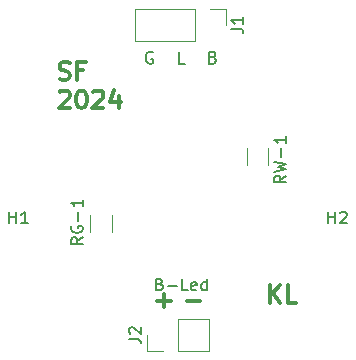
<source format=gbr>
%TF.GenerationSoftware,KiCad,Pcbnew,8.0.5*%
%TF.CreationDate,2024-09-21T18:14:30+02:00*%
%TF.ProjectId,KorryLargePCB_SMD,4b6f7272-794c-4617-9267-655043425f53,rev?*%
%TF.SameCoordinates,Original*%
%TF.FileFunction,Legend,Top*%
%TF.FilePolarity,Positive*%
%FSLAX46Y46*%
G04 Gerber Fmt 4.6, Leading zero omitted, Abs format (unit mm)*
G04 Created by KiCad (PCBNEW 8.0.5) date 2024-09-21 18:14:30*
%MOMM*%
%LPD*%
G01*
G04 APERTURE LIST*
%ADD10C,0.300000*%
%ADD11C,0.150000*%
%ADD12C,0.120000*%
G04 APERTURE END LIST*
D10*
X50983082Y-27564484D02*
X51197368Y-27635912D01*
X51197368Y-27635912D02*
X51554510Y-27635912D01*
X51554510Y-27635912D02*
X51697368Y-27564484D01*
X51697368Y-27564484D02*
X51768796Y-27493055D01*
X51768796Y-27493055D02*
X51840225Y-27350198D01*
X51840225Y-27350198D02*
X51840225Y-27207341D01*
X51840225Y-27207341D02*
X51768796Y-27064484D01*
X51768796Y-27064484D02*
X51697368Y-26993055D01*
X51697368Y-26993055D02*
X51554510Y-26921626D01*
X51554510Y-26921626D02*
X51268796Y-26850198D01*
X51268796Y-26850198D02*
X51125939Y-26778769D01*
X51125939Y-26778769D02*
X51054510Y-26707341D01*
X51054510Y-26707341D02*
X50983082Y-26564484D01*
X50983082Y-26564484D02*
X50983082Y-26421626D01*
X50983082Y-26421626D02*
X51054510Y-26278769D01*
X51054510Y-26278769D02*
X51125939Y-26207341D01*
X51125939Y-26207341D02*
X51268796Y-26135912D01*
X51268796Y-26135912D02*
X51625939Y-26135912D01*
X51625939Y-26135912D02*
X51840225Y-26207341D01*
X52983081Y-26850198D02*
X52483081Y-26850198D01*
X52483081Y-27635912D02*
X52483081Y-26135912D01*
X52483081Y-26135912D02*
X53197367Y-26135912D01*
X50983082Y-28693685D02*
X51054510Y-28622257D01*
X51054510Y-28622257D02*
X51197368Y-28550828D01*
X51197368Y-28550828D02*
X51554510Y-28550828D01*
X51554510Y-28550828D02*
X51697368Y-28622257D01*
X51697368Y-28622257D02*
X51768796Y-28693685D01*
X51768796Y-28693685D02*
X51840225Y-28836542D01*
X51840225Y-28836542D02*
X51840225Y-28979400D01*
X51840225Y-28979400D02*
X51768796Y-29193685D01*
X51768796Y-29193685D02*
X50911653Y-30050828D01*
X50911653Y-30050828D02*
X51840225Y-30050828D01*
X52768796Y-28550828D02*
X52911653Y-28550828D01*
X52911653Y-28550828D02*
X53054510Y-28622257D01*
X53054510Y-28622257D02*
X53125939Y-28693685D01*
X53125939Y-28693685D02*
X53197367Y-28836542D01*
X53197367Y-28836542D02*
X53268796Y-29122257D01*
X53268796Y-29122257D02*
X53268796Y-29479400D01*
X53268796Y-29479400D02*
X53197367Y-29765114D01*
X53197367Y-29765114D02*
X53125939Y-29907971D01*
X53125939Y-29907971D02*
X53054510Y-29979400D01*
X53054510Y-29979400D02*
X52911653Y-30050828D01*
X52911653Y-30050828D02*
X52768796Y-30050828D01*
X52768796Y-30050828D02*
X52625939Y-29979400D01*
X52625939Y-29979400D02*
X52554510Y-29907971D01*
X52554510Y-29907971D02*
X52483081Y-29765114D01*
X52483081Y-29765114D02*
X52411653Y-29479400D01*
X52411653Y-29479400D02*
X52411653Y-29122257D01*
X52411653Y-29122257D02*
X52483081Y-28836542D01*
X52483081Y-28836542D02*
X52554510Y-28693685D01*
X52554510Y-28693685D02*
X52625939Y-28622257D01*
X52625939Y-28622257D02*
X52768796Y-28550828D01*
X53840224Y-28693685D02*
X53911652Y-28622257D01*
X53911652Y-28622257D02*
X54054510Y-28550828D01*
X54054510Y-28550828D02*
X54411652Y-28550828D01*
X54411652Y-28550828D02*
X54554510Y-28622257D01*
X54554510Y-28622257D02*
X54625938Y-28693685D01*
X54625938Y-28693685D02*
X54697367Y-28836542D01*
X54697367Y-28836542D02*
X54697367Y-28979400D01*
X54697367Y-28979400D02*
X54625938Y-29193685D01*
X54625938Y-29193685D02*
X53768795Y-30050828D01*
X53768795Y-30050828D02*
X54697367Y-30050828D01*
X55983081Y-29050828D02*
X55983081Y-30050828D01*
X55625938Y-28479400D02*
X55268795Y-29550828D01*
X55268795Y-29550828D02*
X56197366Y-29550828D01*
D11*
X58860588Y-25317438D02*
X58765350Y-25269819D01*
X58765350Y-25269819D02*
X58622493Y-25269819D01*
X58622493Y-25269819D02*
X58479636Y-25317438D01*
X58479636Y-25317438D02*
X58384398Y-25412676D01*
X58384398Y-25412676D02*
X58336779Y-25507914D01*
X58336779Y-25507914D02*
X58289160Y-25698390D01*
X58289160Y-25698390D02*
X58289160Y-25841247D01*
X58289160Y-25841247D02*
X58336779Y-26031723D01*
X58336779Y-26031723D02*
X58384398Y-26126961D01*
X58384398Y-26126961D02*
X58479636Y-26222200D01*
X58479636Y-26222200D02*
X58622493Y-26269819D01*
X58622493Y-26269819D02*
X58717731Y-26269819D01*
X58717731Y-26269819D02*
X58860588Y-26222200D01*
X58860588Y-26222200D02*
X58908207Y-26174580D01*
X58908207Y-26174580D02*
X58908207Y-25841247D01*
X58908207Y-25841247D02*
X58717731Y-25841247D01*
X59470112Y-44946009D02*
X59612969Y-44993628D01*
X59612969Y-44993628D02*
X59660588Y-45041247D01*
X59660588Y-45041247D02*
X59708207Y-45136485D01*
X59708207Y-45136485D02*
X59708207Y-45279342D01*
X59708207Y-45279342D02*
X59660588Y-45374580D01*
X59660588Y-45374580D02*
X59612969Y-45422200D01*
X59612969Y-45422200D02*
X59517731Y-45469819D01*
X59517731Y-45469819D02*
X59136779Y-45469819D01*
X59136779Y-45469819D02*
X59136779Y-44469819D01*
X59136779Y-44469819D02*
X59470112Y-44469819D01*
X59470112Y-44469819D02*
X59565350Y-44517438D01*
X59565350Y-44517438D02*
X59612969Y-44565057D01*
X59612969Y-44565057D02*
X59660588Y-44660295D01*
X59660588Y-44660295D02*
X59660588Y-44755533D01*
X59660588Y-44755533D02*
X59612969Y-44850771D01*
X59612969Y-44850771D02*
X59565350Y-44898390D01*
X59565350Y-44898390D02*
X59470112Y-44946009D01*
X59470112Y-44946009D02*
X59136779Y-44946009D01*
X60136779Y-45088866D02*
X60898684Y-45088866D01*
X61851064Y-45469819D02*
X61374874Y-45469819D01*
X61374874Y-45469819D02*
X61374874Y-44469819D01*
X62565350Y-45422200D02*
X62470112Y-45469819D01*
X62470112Y-45469819D02*
X62279636Y-45469819D01*
X62279636Y-45469819D02*
X62184398Y-45422200D01*
X62184398Y-45422200D02*
X62136779Y-45326961D01*
X62136779Y-45326961D02*
X62136779Y-44946009D01*
X62136779Y-44946009D02*
X62184398Y-44850771D01*
X62184398Y-44850771D02*
X62279636Y-44803152D01*
X62279636Y-44803152D02*
X62470112Y-44803152D01*
X62470112Y-44803152D02*
X62565350Y-44850771D01*
X62565350Y-44850771D02*
X62612969Y-44946009D01*
X62612969Y-44946009D02*
X62612969Y-45041247D01*
X62612969Y-45041247D02*
X62136779Y-45136485D01*
X63470112Y-45469819D02*
X63470112Y-44469819D01*
X63470112Y-45422200D02*
X63374874Y-45469819D01*
X63374874Y-45469819D02*
X63184398Y-45469819D01*
X63184398Y-45469819D02*
X63089160Y-45422200D01*
X63089160Y-45422200D02*
X63041541Y-45374580D01*
X63041541Y-45374580D02*
X62993922Y-45279342D01*
X62993922Y-45279342D02*
X62993922Y-44993628D01*
X62993922Y-44993628D02*
X63041541Y-44898390D01*
X63041541Y-44898390D02*
X63089160Y-44850771D01*
X63089160Y-44850771D02*
X63184398Y-44803152D01*
X63184398Y-44803152D02*
X63374874Y-44803152D01*
X63374874Y-44803152D02*
X63470112Y-44850771D01*
X63970112Y-25746009D02*
X64112969Y-25793628D01*
X64112969Y-25793628D02*
X64160588Y-25841247D01*
X64160588Y-25841247D02*
X64208207Y-25936485D01*
X64208207Y-25936485D02*
X64208207Y-26079342D01*
X64208207Y-26079342D02*
X64160588Y-26174580D01*
X64160588Y-26174580D02*
X64112969Y-26222200D01*
X64112969Y-26222200D02*
X64017731Y-26269819D01*
X64017731Y-26269819D02*
X63636779Y-26269819D01*
X63636779Y-26269819D02*
X63636779Y-25269819D01*
X63636779Y-25269819D02*
X63970112Y-25269819D01*
X63970112Y-25269819D02*
X64065350Y-25317438D01*
X64065350Y-25317438D02*
X64112969Y-25365057D01*
X64112969Y-25365057D02*
X64160588Y-25460295D01*
X64160588Y-25460295D02*
X64160588Y-25555533D01*
X64160588Y-25555533D02*
X64112969Y-25650771D01*
X64112969Y-25650771D02*
X64065350Y-25698390D01*
X64065350Y-25698390D02*
X63970112Y-25746009D01*
X63970112Y-25746009D02*
X63636779Y-25746009D01*
X61612969Y-26269819D02*
X61136779Y-26269819D01*
X61136779Y-26269819D02*
X61136779Y-25269819D01*
D10*
X61754510Y-46329400D02*
X62897368Y-46329400D01*
X59254510Y-46329400D02*
X60397368Y-46329400D01*
X59825939Y-46900828D02*
X59825939Y-45757971D01*
X68804510Y-46550828D02*
X68804510Y-45050828D01*
X69661653Y-46550828D02*
X69018796Y-45693685D01*
X69661653Y-45050828D02*
X68804510Y-45907971D01*
X71018796Y-46550828D02*
X70304510Y-46550828D01*
X70304510Y-46550828D02*
X70304510Y-45050828D01*
D11*
X52954819Y-40985714D02*
X52478628Y-41319047D01*
X52954819Y-41557142D02*
X51954819Y-41557142D01*
X51954819Y-41557142D02*
X51954819Y-41176190D01*
X51954819Y-41176190D02*
X52002438Y-41080952D01*
X52002438Y-41080952D02*
X52050057Y-41033333D01*
X52050057Y-41033333D02*
X52145295Y-40985714D01*
X52145295Y-40985714D02*
X52288152Y-40985714D01*
X52288152Y-40985714D02*
X52383390Y-41033333D01*
X52383390Y-41033333D02*
X52431009Y-41080952D01*
X52431009Y-41080952D02*
X52478628Y-41176190D01*
X52478628Y-41176190D02*
X52478628Y-41557142D01*
X52002438Y-40033333D02*
X51954819Y-40128571D01*
X51954819Y-40128571D02*
X51954819Y-40271428D01*
X51954819Y-40271428D02*
X52002438Y-40414285D01*
X52002438Y-40414285D02*
X52097676Y-40509523D01*
X52097676Y-40509523D02*
X52192914Y-40557142D01*
X52192914Y-40557142D02*
X52383390Y-40604761D01*
X52383390Y-40604761D02*
X52526247Y-40604761D01*
X52526247Y-40604761D02*
X52716723Y-40557142D01*
X52716723Y-40557142D02*
X52811961Y-40509523D01*
X52811961Y-40509523D02*
X52907200Y-40414285D01*
X52907200Y-40414285D02*
X52954819Y-40271428D01*
X52954819Y-40271428D02*
X52954819Y-40176190D01*
X52954819Y-40176190D02*
X52907200Y-40033333D01*
X52907200Y-40033333D02*
X52859580Y-39985714D01*
X52859580Y-39985714D02*
X52526247Y-39985714D01*
X52526247Y-39985714D02*
X52526247Y-40176190D01*
X52573866Y-39557142D02*
X52573866Y-38795238D01*
X52954819Y-37795238D02*
X52954819Y-38366666D01*
X52954819Y-38080952D02*
X51954819Y-38080952D01*
X51954819Y-38080952D02*
X52097676Y-38176190D01*
X52097676Y-38176190D02*
X52192914Y-38271428D01*
X52192914Y-38271428D02*
X52240533Y-38366666D01*
X56874819Y-49583333D02*
X57589104Y-49583333D01*
X57589104Y-49583333D02*
X57731961Y-49630952D01*
X57731961Y-49630952D02*
X57827200Y-49726190D01*
X57827200Y-49726190D02*
X57874819Y-49869047D01*
X57874819Y-49869047D02*
X57874819Y-49964285D01*
X56970057Y-49154761D02*
X56922438Y-49107142D01*
X56922438Y-49107142D02*
X56874819Y-49011904D01*
X56874819Y-49011904D02*
X56874819Y-48773809D01*
X56874819Y-48773809D02*
X56922438Y-48678571D01*
X56922438Y-48678571D02*
X56970057Y-48630952D01*
X56970057Y-48630952D02*
X57065295Y-48583333D01*
X57065295Y-48583333D02*
X57160533Y-48583333D01*
X57160533Y-48583333D02*
X57303390Y-48630952D01*
X57303390Y-48630952D02*
X57874819Y-49202380D01*
X57874819Y-49202380D02*
X57874819Y-48583333D01*
X65534819Y-23333333D02*
X66249104Y-23333333D01*
X66249104Y-23333333D02*
X66391961Y-23380952D01*
X66391961Y-23380952D02*
X66487200Y-23476190D01*
X66487200Y-23476190D02*
X66534819Y-23619047D01*
X66534819Y-23619047D02*
X66534819Y-23714285D01*
X66534819Y-22333333D02*
X66534819Y-22904761D01*
X66534819Y-22619047D02*
X65534819Y-22619047D01*
X65534819Y-22619047D02*
X65677676Y-22714285D01*
X65677676Y-22714285D02*
X65772914Y-22809523D01*
X65772914Y-22809523D02*
X65820533Y-22904761D01*
X70154819Y-35757142D02*
X69678628Y-36090475D01*
X70154819Y-36328570D02*
X69154819Y-36328570D01*
X69154819Y-36328570D02*
X69154819Y-35947618D01*
X69154819Y-35947618D02*
X69202438Y-35852380D01*
X69202438Y-35852380D02*
X69250057Y-35804761D01*
X69250057Y-35804761D02*
X69345295Y-35757142D01*
X69345295Y-35757142D02*
X69488152Y-35757142D01*
X69488152Y-35757142D02*
X69583390Y-35804761D01*
X69583390Y-35804761D02*
X69631009Y-35852380D01*
X69631009Y-35852380D02*
X69678628Y-35947618D01*
X69678628Y-35947618D02*
X69678628Y-36328570D01*
X69154819Y-35423808D02*
X70154819Y-35185713D01*
X70154819Y-35185713D02*
X69440533Y-34995237D01*
X69440533Y-34995237D02*
X70154819Y-34804761D01*
X70154819Y-34804761D02*
X69154819Y-34566666D01*
X69773866Y-34185713D02*
X69773866Y-33423809D01*
X70154819Y-32423809D02*
X70154819Y-32995237D01*
X70154819Y-32709523D02*
X69154819Y-32709523D01*
X69154819Y-32709523D02*
X69297676Y-32804761D01*
X69297676Y-32804761D02*
X69392914Y-32899999D01*
X69392914Y-32899999D02*
X69440533Y-32995237D01*
X73738095Y-39804819D02*
X73738095Y-38804819D01*
X73738095Y-39281009D02*
X74309523Y-39281009D01*
X74309523Y-39804819D02*
X74309523Y-38804819D01*
X74738095Y-38900057D02*
X74785714Y-38852438D01*
X74785714Y-38852438D02*
X74880952Y-38804819D01*
X74880952Y-38804819D02*
X75119047Y-38804819D01*
X75119047Y-38804819D02*
X75214285Y-38852438D01*
X75214285Y-38852438D02*
X75261904Y-38900057D01*
X75261904Y-38900057D02*
X75309523Y-38995295D01*
X75309523Y-38995295D02*
X75309523Y-39090533D01*
X75309523Y-39090533D02*
X75261904Y-39233390D01*
X75261904Y-39233390D02*
X74690476Y-39804819D01*
X74690476Y-39804819D02*
X75309523Y-39804819D01*
X46738095Y-39804819D02*
X46738095Y-38804819D01*
X46738095Y-39281009D02*
X47309523Y-39281009D01*
X47309523Y-39804819D02*
X47309523Y-38804819D01*
X48309523Y-39804819D02*
X47738095Y-39804819D01*
X48023809Y-39804819D02*
X48023809Y-38804819D01*
X48023809Y-38804819D02*
X47928571Y-38947676D01*
X47928571Y-38947676D02*
X47833333Y-39042914D01*
X47833333Y-39042914D02*
X47738095Y-39090533D01*
D12*
%TO.C,RG-1*%
X53590000Y-40537064D02*
X53590000Y-39082936D01*
X55410000Y-40537064D02*
X55410000Y-39082936D01*
%TO.C,J2*%
X58420000Y-50580000D02*
X58420000Y-49250000D01*
X59750000Y-50580000D02*
X58420000Y-50580000D01*
X61020000Y-50580000D02*
X63620000Y-50580000D01*
X61020000Y-50580000D02*
X61020000Y-47920000D01*
X63620000Y-50580000D02*
X63620000Y-47920000D01*
X61020000Y-47920000D02*
X63620000Y-47920000D01*
%TO.C,J1*%
X62480000Y-24330000D02*
X57340000Y-24330000D01*
X57340000Y-21670000D02*
X57340000Y-24330000D01*
X62480000Y-21670000D02*
X62480000Y-24330000D01*
X62480000Y-21670000D02*
X57340000Y-21670000D01*
X63750000Y-21670000D02*
X65080000Y-21670000D01*
X65080000Y-21670000D02*
X65080000Y-23000000D01*
%TO.C,RW-1*%
X66840000Y-33402936D02*
X66840000Y-34857064D01*
X68660000Y-33402936D02*
X68660000Y-34857064D01*
%TD*%
M02*

</source>
